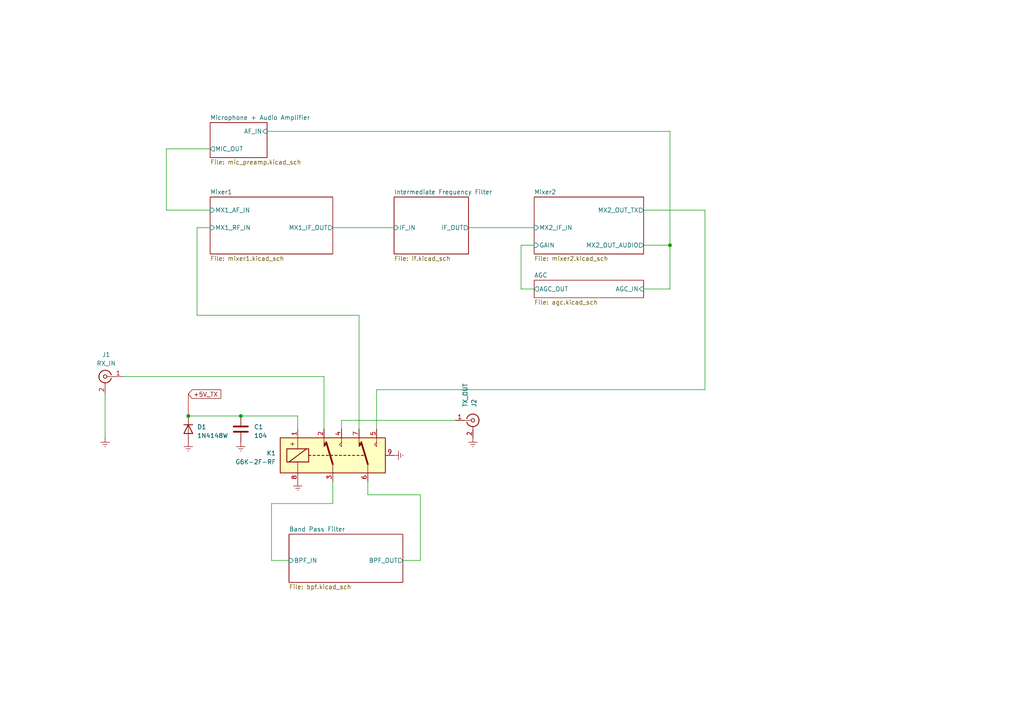
<source format=kicad_sch>
(kicad_sch (version 20230121) (generator eeschema)
  (paper "A4")
  (lib_symbols
    (symbol "Connector:Conn_Coaxial" (pin_names (offset 1.016) hide)
      (property "Reference" "J" (at 0.254 3.048 0))
      (property "Value" "Conn_Coaxial" (at 2.921 0 90))
      (symbol "Conn_Coaxial_0_1"
        (arc (start -1.778 -0.508) (mid 0.2311 -1.8066) (end 1.778 0) (stroke (width 0.254)))
        (polyline (pts (xy -2.54 0) (xy -0.508 0)))
        (polyline (pts (xy 0 -2.54) (xy 0 -1.778)))
        (circle (center 0 0) (radius 0.508) (stroke (width 0.2032)))
        (arc (start 1.778 0) (mid 0.2099 1.8101) (end -1.778 0.508) (stroke (width 0.254)))
      )
      (symbol "Conn_Coaxial_1_1"
        (pin passive line (at -5.08 0 0) (length 2.54) (name "In") (number "1"))
        (pin passive line (at 0 -5.08 90) (length 2.54) (name "Ext") (number "2"))
      )
    )
    (symbol "Device:C" (pin_numbers hide) (pin_names (offset 0.254))
      (property "Reference" "C" (at 0.635 2.54 0))
      (property "Value" "C" (at 0.635 -2.54 0))
      (symbol "C_0_1"
        (polyline (pts (xy -2.032 -0.762) (xy 2.032 -0.762)) (stroke (width 0.508)))
        (polyline (pts (xy -2.032 0.762) (xy 2.032 0.762)) (stroke (width 0.508)))
      )
      (symbol "C_1_1"
        (pin passive line (at 0 3.81 270) (length 2.794) (name "~") (number "1"))
        (pin passive line (at 0 -3.81 90) (length 2.794) (name "~") (number "2"))
      )
    )
    (symbol "Diode:1N4148W" (pin_numbers hide) (pin_names hide)
      (property "Reference" "D" (at 0 2.54 0))
      (property "Value" "1N4148W" (at 0 -2.54 0))
      (symbol "1N4148W_0_1"
        (polyline (pts (xy -1.27 1.27) (xy -1.27 -1.27)) (stroke (width 0.254)))
        (polyline (pts (xy 1.27 0) (xy -1.27 0)))
        (polyline (pts (xy 1.27 1.27) (xy 1.27 -1.27) (xy -1.27 0) (xy 1.27 1.27)) (stroke (width 0.254)))
      )
      (symbol "1N4148W_1_1"
        (pin passive line (at -3.81 0 0) (length 2.54) (name "K") (number "1"))
        (pin passive line (at 3.81 0 180) (length 2.54) (name "A") (number "2"))
      )
    )
    (symbol "PhilsLibrary:G6K-2F-RF" (pin_names (offset 1.016))
      (property "Reference" "K" (at 16.51 3.81 0))
      (property "Value" "G6K-2F-RF" (at 16.51 1.27 0))
      (symbol "G6K-2F-RF_0_0"
        (polyline (pts (xy -12.192 3.302) (xy -11.176 3.302)))
        (polyline (pts (xy -11.684 3.81) (xy -11.684 2.794)))
      )
      (symbol "G6K-2F-RF_0_1"
        (rectangle (start -15.24 5.08) (end 15.24 -5.08) (stroke (width 0.254)) (fill (type background)))
        (rectangle (start -13.335 1.905) (end -6.985 -1.905) (stroke (width 0.254)))
        (polyline (pts (xy -12.7 -1.905) (xy -7.62 1.905)) (stroke (width 0.254)))
        (polyline (pts (xy -10.16 -5.08) (xy -10.16 -1.905)))
        (polyline (pts (xy -10.16 5.08) (xy -10.16 1.905)))
        (polyline (pts (xy -6.985 0) (xy -6.35 0)) (stroke (width 0.254)))
        (polyline (pts (xy -5.715 0) (xy -5.08 0)) (stroke (width 0.254)))
        (polyline (pts (xy -4.445 0) (xy -3.81 0)) (stroke (width 0.254)))
        (polyline (pts (xy -3.175 0) (xy -2.54 0)) (stroke (width 0.254)))
        (polyline (pts (xy -2.54 2.54) (xy -2.54 5.08)))
        (polyline (pts (xy -1.905 0) (xy -1.27 0)) (stroke (width 0.254)))
        (polyline (pts (xy -0.635 0) (xy 0 0)) (stroke (width 0.254)))
        (polyline (pts (xy 0 -2.54) (xy -1.905 3.81)) (stroke (width 0.508)))
        (polyline (pts (xy 0 -2.54) (xy 0 -5.08)))
        (polyline (pts (xy 0.635 0) (xy 1.27 0)) (stroke (width 0.254)))
        (polyline (pts (xy 1.905 0) (xy 2.54 0)) (stroke (width 0.254)))
        (polyline (pts (xy 2.54 2.54) (xy 2.54 5.08)))
        (polyline (pts (xy 3.175 0) (xy 3.81 0)) (stroke (width 0.254)))
        (polyline (pts (xy 4.445 0) (xy 5.08 0)) (stroke (width 0.254)))
        (polyline (pts (xy 5.715 0) (xy 6.35 0)) (stroke (width 0.254)))
        (polyline (pts (xy 6.985 0) (xy 7.62 0)) (stroke (width 0.254)))
        (polyline (pts (xy 7.62 2.54) (xy 7.62 5.08)))
        (polyline (pts (xy 8.255 0) (xy 8.89 0)) (stroke (width 0.254)))
        (polyline (pts (xy 10.16 -2.54) (xy 8.255 3.81)) (stroke (width 0.508)))
        (polyline (pts (xy 10.16 -2.54) (xy 10.16 -5.08)))
        (polyline (pts (xy 12.7 2.54) (xy 12.7 5.08)))
        (polyline (pts (xy -2.54 2.54) (xy -1.905 3.175) (xy -2.54 3.81)) (fill (type outline)))
        (polyline (pts (xy 2.54 2.54) (xy 1.905 3.175) (xy 2.54 3.81)))
        (polyline (pts (xy 7.62 2.54) (xy 8.255 3.175) (xy 7.62 3.81)) (fill (type outline)))
        (polyline (pts (xy 12.7 2.54) (xy 12.065 3.175) (xy 12.7 3.81)))
      )
      (symbol "G6K-2F-RF_1_1"
        (pin passive line (at -10.16 7.62 270) (length 2.54) (name "~") (number "1"))
        (pin passive line (at -2.54 7.62 270) (length 2.54) (name "~") (number "2"))
        (pin passive line (at 0 -7.62 90) (length 2.54) (name "~") (number "3"))
        (pin passive line (at 2.54 7.62 270) (length 2.54) (name "~") (number "4"))
        (pin passive line (at 12.7 7.62 270) (length 2.54) (name "~") (number "5"))
        (pin passive line (at 10.16 -7.62 90) (length 2.54) (name "~") (number "6"))
        (pin passive line (at 7.62 7.62 270) (length 2.54) (name "~") (number "7"))
        (pin passive line (at -10.16 -7.62 90) (length 2.54) (name "~") (number "8"))
        (pin passive line (at 17.78 0 180) (length 2.54) (name "~") (number "9"))
      )
    )
    (symbol "power:Earth" (power) (pin_names (offset 0))
      (symbol "Earth_0_1"
        (polyline (pts (xy -0.635 -1.905) (xy 0.635 -1.905)))
        (polyline (pts (xy -0.127 -2.54) (xy 0.127 -2.54)))
        (polyline (pts (xy 0 -1.27) (xy 0 0)))
        (polyline (pts (xy 1.27 -1.27) (xy -1.27 -1.27)))
      )
      (symbol "Earth_1_1"
        (pin power_in line (at 0 0 270) (length 0) hide (name "Earth") (number "1"))
      )
    )
  )
  (junction (at 54.61 120.65))
  (junction (at 69.85 120.65))
  (junction (at 194.31 71.12))
  (wire (pts (xy 57.15 91.44) (xy 57.15 66.04)))
  (wire (pts (xy 48.26 43.18) (xy 48.26 60.96)))
  (wire (pts (xy 96.52 146.05) (xy 78.74 146.05)))
  (wire (pts (xy 57.15 66.04) (xy 60.96 66.04)))
  (wire (pts (xy 99.06 121.92) (xy 132.08 121.92)))
  (wire (pts (xy 78.74 146.05) (xy 78.74 162.56)))
  (wire (pts (xy 30.48 114.3) (xy 30.48 127)))
  (wire (pts (xy 116.84 162.56) (xy 121.92 162.56)))
  (wire (pts (xy 69.85 120.65) (xy 54.61 120.65)))
  (wire (pts (xy 194.31 71.12) (xy 194.31 83.82)))
  (wire (pts (xy 151.13 71.12) (xy 154.94 71.12)))
  (wire (pts (xy 48.26 43.18) (xy 60.96 43.18)))
  (wire (pts (xy 78.74 162.56) (xy 83.82 162.56)))
  (wire (pts (xy 204.47 113.03) (xy 204.47 60.96)))
  (wire (pts (xy 104.14 124.46) (xy 104.14 91.44)))
  (wire (pts (xy 194.31 38.1) (xy 77.47 38.1)))
  (wire (pts (xy 48.26 60.96) (xy 60.96 60.96)))
  (wire (pts (xy 135.89 66.04) (xy 154.94 66.04)))
  (wire (pts (xy 109.22 113.03) (xy 109.22 124.46)))
  (wire (pts (xy 121.92 143.51) (xy 106.68 143.51)))
  (wire (pts (xy 186.69 71.12) (xy 194.31 71.12)))
  (wire (pts (xy 109.22 113.03) (xy 204.47 113.03)))
  (wire (pts (xy 96.52 139.7) (xy 96.52 146.05)))
  (wire (pts (xy 54.61 114.3) (xy 54.61 120.65)) (stroke (width 0) (color 194 0 0 1)))
  (wire (pts (xy 35.56 109.22) (xy 93.98 109.22)))
  (wire (pts (xy 104.14 91.44) (xy 57.15 91.44)))
  (wire (pts (xy 194.31 71.12) (xy 194.31 38.1)))
  (wire (pts (xy 186.69 83.82) (xy 194.31 83.82)))
  (wire (pts (xy 121.92 162.56) (xy 121.92 143.51)))
  (wire (pts (xy 99.06 121.92) (xy 99.06 124.46)))
  (wire (pts (xy 151.13 83.82) (xy 151.13 71.12)))
  (wire (pts (xy 96.52 66.04) (xy 114.3 66.04)))
  (wire (pts (xy 106.68 143.51) (xy 106.68 139.7)))
  (wire (pts (xy 86.36 124.46) (xy 86.36 120.65)))
  (wire (pts (xy 154.94 83.82) (xy 151.13 83.82)))
  (wire (pts (xy 186.69 60.96) (xy 204.47 60.96)))
  (wire (pts (xy 86.36 120.65) (xy 69.85 120.65)))
  (wire (pts (xy 93.98 109.22) (xy 93.98 124.46)))
  (global_label "+5V_TX" (shape input) (at 54.61 114.3 0) (property "Intersheetrefs" "${INTERSHEET_REFS}" (effects hide)))
  (symbol (lib_id "Diode:1N4148W") (at 54.61 124.46 270) (unit 1)
    (property "Reference" "D1" (at 57.15 123.825 90) (effects (justify left)))
    (property "Value" "1N4148W" (at 57.15 126.365 90) (effects (justify left)))
    (property "Footprint" "Diode_SMD:D_SOD-123" (effects hide))
    (property "Datasheet" "https://www.vishay.com/docs/85748/1n4148w.pdf" (effects hide))
    (property "Sim.Device" "D" (effects hide))
    (property "Sim.Pins" "1=K 2=A" (effects hide))
  )
  (symbol (lib_id "Device:C") (at 69.85 124.46 180) (unit 1)
    (property "Reference" "C1" (at 73.66 123.825 0) (effects (justify right)))
    (property "Value" "104" (at 73.66 126.365 0) (effects (justify right)))
    (property "Footprint" "Capacitor_SMD:C_0805_2012Metric" (effects hide))
  )
  (symbol (lib_id "power:Earth") (at 69.85 128.27 0) (unit 1)
    (property "Reference" "#PWR03" (effects hide))
    (property "Value" "Earth" (effects hide))
  )
  (symbol (lib_id "power:Earth") (at 86.36 139.7 0) (unit 1)
    (property "Reference" "#PWR04" (effects hide))
    (property "Value" "Earth" (effects hide))
  )
  (symbol (lib_id "power:Earth") (at 137.16 127 0) (unit 1)
    (property "Reference" "#PWR06" (effects hide))
    (property "Value" "Earth" (effects hide))
  )
  (symbol (lib_id "power:Earth") (at 30.48 127 0) (unit 1)
    (property "Reference" "#PWR01" (effects hide))
    (property "Value" "Earth" (effects hide))
  )
  (symbol (lib_id "Connector:Conn_Coaxial") (at 137.16 121.92 0) (unit 1)
    (property "Reference" "J2" (at 137.4776 118.11 90) (effects (justify left)))
    (property "Value" "TX_OUT" (at 134.9376 118.11 90) (effects (justify left)))
    (property "Footprint" "Connector_Coaxial:SMA_Amphenol_901-144_Vertical" (effects hide))
    (property "Datasheet" " ~" (effects hide))
  )
  (symbol (lib_id "power:Earth") (at 54.61 128.27 0) (unit 1)
    (property "Reference" "#PWR02" (effects hide))
    (property "Value" "Earth" (effects hide))
  )
  (symbol (lib_id "Connector:Conn_Coaxial") (at 30.48 109.22 0) (mirror y) (unit 1)
    (property "Reference" "J1" (at 30.7974 102.87 0))
    (property "Value" "RX_IN" (at 30.7974 105.41 0))
    (property "Footprint" "Connector_Coaxial:SMA_Amphenol_901-144_Vertical" (effects hide))
    (property "Datasheet" " ~" (effects hide))
  )
  (symbol (lib_id "power:Earth") (at 114.3 132.08 90) (unit 1)
    (property "Reference" "#PWR05" (effects hide))
    (property "Value" "Earth" (effects hide))
  )
  (symbol (lib_id "PhilsLibrary:G6K-2F-RF") (at 96.52 132.08 0) (unit 1)
    (property "Reference" "K1" (at 80.01 131.445 0) (effects (justify right)))
    (property "Value" "G6K-2F-RF" (at 80.01 133.985 0) (effects (justify right)))
    (property "Footprint" "PhilsFootprintLibrary:Relay_DPDT_Omron_G6K-2F-RF" (effects hide))
    (property "Datasheet" "http://omronfs.omron.com/en_US/ecb/products/pdf/en-g6k.pdf" (effects hide))
  )
  (sheet (at 60.96 35.56) (size 16.51 10.16) (stroke (width 0.1524))
    (property "Sheetname" "Microphone + Audio Amplifier" (at 60.96 34.8484 0) (effects (justify left bottom)))
    (property "Sheetfile" "mic_preamp.kicad_sch" (at 60.96 46.3046 0) (effects (justify left top)))
    (pin "MIC_OUT" output (at 60.96 43.18 180))
    (pin "AF_IN" input (at 77.47 38.1 0))
  )
  (sheet (at 154.94 81.28) (size 31.75 5.08) (stroke (width 0.1524))
    (property "Sheetname" "AGC" (at 154.94 80.5684 0) (effects (justify left bottom)))
    (property "Sheetfile" "agc.kicad_sch" (at 154.94 86.9446 0) (effects (justify left top)))
    (pin "AGC_IN" input (at 186.69 83.82 0))
    (pin "AGC_OUT" output (at 154.94 83.82 180))
  )
  (sheet (at 60.96 57.15) (size 35.56 16.51) (stroke (width 0.1524))
    (property "Sheetname" "Mixer1" (at 60.96 56.4384 0) (effects (justify left bottom)))
    (property "Sheetfile" "mixer1.kicad_sch" (at 60.96 74.2446 0) (effects (justify left top)))
    (pin "MX1_IF_OUT" output (at 96.52 66.04 0))
    (pin "MX1_RF_IN" input (at 60.96 66.04 180))
    (pin "MX1_AF_IN" input (at 60.96 60.96 180))
  )
  (sheet (at 83.82 154.94) (size 33.02 13.97) (stroke (width 0.1524))
    (property "Sheetname" "Band Pass Filter" (at 83.82 154.2284 0) (effects (justify left bottom)))
    (property "Sheetfile" "bpf.kicad_sch" (at 83.82 169.4946 0) (effects (justify left top)))
    (pin "BPF_IN" input (at 83.82 162.56 180))
    (pin "BPF_OUT" output (at 116.84 162.56 0))
  )
  (sheet (at 114.3 57.15) (size 21.59 16.51) (stroke (width 0.1524))
    (property "Sheetname" "Intermediate Frequency Filter" (at 114.3 56.4384 0) (effects (justify left bottom)))
    (property "Sheetfile" "if.kicad_sch" (at 114.3 74.2446 0) (effects (justify left top)))
    (pin "IF_IN" input (at 114.3 66.04 180))
    (pin "IF_OUT" output (at 135.89 66.04 0))
  )
  (sheet (at 154.94 57.15) (size 31.75 16.51) (stroke (width 0.1524))
    (property "Sheetname" "Mixer2" (at 154.94 56.4384 0) (effects (justify left bottom)))
    (property "Sheetfile" "mixer2.kicad_sch" (at 154.94 74.2446 0) (effects (justify left top)))
    (pin "MX2_IF_IN" input (at 154.94 66.04 180))
    (pin "MX2_OUT_TX" output (at 186.69 60.96 0))
    (pin "MX2_OUT_AUDIO" output (at 186.69 71.12 0))
    (pin "GAIN" input (at 154.94 71.12 180))
  )
)
</source>
